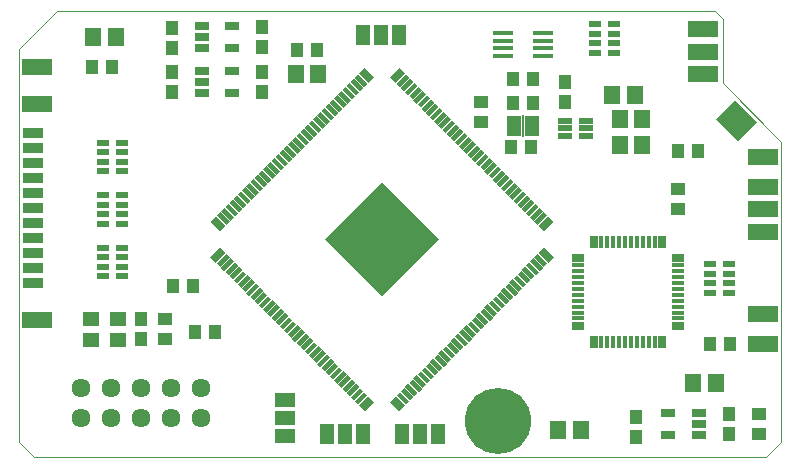
<source format=gts>
G04 EAGLE Gerber RS-274X export*
G75*
%MOMM*%
%FSLAX34Y34*%
%LPD*%
%INLötstopplack top*%
%IPPOS*%
%AMOC8*
5,1,8,0,0,1.08239X$1,22.5*%
G01*
%ADD10C,0.000000*%
%ADD11R,2.641600X1.371600*%
%ADD12R,1.401600X1.601600*%
%ADD13R,1.101600X1.201600*%
%ADD14R,1.701600X0.901600*%
%ADD15R,1.270000X1.701800*%
%ADD16R,1.701800X1.270000*%
%ADD17R,1.371600X2.641600*%
%ADD18R,1.201600X1.101600*%
%ADD19R,1.000000X0.600000*%
%ADD20R,6.801600X6.801600*%
%ADD21R,1.125000X0.700000*%
%ADD22R,1.125000X0.400000*%
%ADD23R,0.700000X1.125000*%
%ADD24R,1.101600X0.701600*%
%ADD25R,1.101600X0.401600*%
%ADD26R,0.701600X1.101600*%
%ADD27R,0.401600X1.101600*%
%ADD28R,1.151600X0.501600*%
%ADD29R,1.701600X0.401600*%
%ADD30R,1.301600X0.651600*%
%ADD31C,1.609600*%
%ADD32R,1.401600X1.201600*%
%ADD33R,0.152400X1.828800*%
%ADD34C,5.601600*%
%ADD35C,1.601600*%
%ADD36C,3.517600*%
%ADD37C,1.151600*%


D10*
X16510Y0D02*
X3810Y12700D01*
X3810Y345440D01*
X35560Y377190D01*
X593090Y377190D01*
X599440Y370840D01*
X599440Y316230D01*
X648970Y266700D01*
X648970Y12700D01*
X636270Y0D02*
X16510Y0D01*
X636270Y0D02*
X648970Y12700D01*
D11*
X633730Y190500D03*
D12*
X85700Y355600D03*
X66700Y355600D03*
X238150Y323850D03*
X257150Y323850D03*
X593700Y62230D03*
X574700Y62230D03*
X506120Y306070D03*
X525120Y306070D03*
D13*
X466090Y300745D03*
X466090Y317745D03*
D12*
X512470Y285750D03*
X531470Y285750D03*
X512470Y264160D03*
X531470Y264160D03*
D13*
X133350Y326000D03*
X133350Y309000D03*
X209550Y326000D03*
X209550Y309000D03*
X133350Y362830D03*
X133350Y345830D03*
X209550Y364100D03*
X209550Y347100D03*
D14*
X15240Y248920D03*
D11*
X582930Y361950D03*
X633730Y254000D03*
D14*
X15240Y147320D03*
X15240Y160020D03*
X15240Y172720D03*
X15240Y185420D03*
X15240Y198120D03*
X15240Y210820D03*
X15240Y223520D03*
X15240Y236220D03*
D13*
X65160Y330200D03*
X82160Y330200D03*
X605400Y95250D03*
X588400Y95250D03*
D11*
X633730Y209550D03*
X582930Y342900D03*
D15*
X325120Y356870D03*
X309880Y356870D03*
X294640Y356870D03*
D16*
X228600Y48260D03*
X228600Y33020D03*
X228600Y17780D03*
D15*
X264160Y19050D03*
X279400Y19050D03*
X294640Y19050D03*
X327660Y19050D03*
X342900Y19050D03*
X358140Y19050D03*
D11*
X19050Y298450D03*
X19050Y115570D03*
X633730Y120650D03*
D17*
G36*
X628868Y283800D02*
X619170Y274102D01*
X600492Y292780D01*
X610190Y302478D01*
X628868Y283800D01*
G37*
D11*
X19050Y330200D03*
X633730Y95250D03*
X633730Y228600D03*
D13*
X169790Y105410D03*
X152790Y105410D03*
X150740Y144780D03*
X133740Y144780D03*
D18*
X394970Y300600D03*
X394970Y283600D03*
X561340Y209940D03*
X561340Y226940D03*
D13*
X422030Y320040D03*
X439030Y320040D03*
X422030Y299720D03*
X439030Y299720D03*
X561730Y259080D03*
X578730Y259080D03*
D19*
X74550Y177100D03*
X74550Y169100D03*
X74550Y161100D03*
X74550Y153100D03*
X90550Y153100D03*
X90550Y161100D03*
X90550Y169100D03*
X90550Y177100D03*
X74550Y221550D03*
X74550Y213550D03*
X74550Y205550D03*
X74550Y197550D03*
X90550Y197550D03*
X90550Y205550D03*
X90550Y213550D03*
X90550Y221550D03*
X74550Y266000D03*
X74550Y258000D03*
X74550Y250000D03*
X74550Y242000D03*
X90550Y242000D03*
X90550Y250000D03*
X90550Y258000D03*
X90550Y266000D03*
X491110Y366330D03*
X491110Y358330D03*
X491110Y350330D03*
X491110Y342330D03*
X507110Y342330D03*
X507110Y350330D03*
X507110Y358330D03*
X507110Y366330D03*
D20*
G36*
X359244Y184150D02*
X311150Y136056D01*
X263056Y184150D01*
X311150Y232244D01*
X359244Y184150D01*
G37*
D21*
G36*
X178567Y172482D02*
X170613Y164528D01*
X165663Y169478D01*
X173617Y177432D01*
X178567Y172482D01*
G37*
D22*
G36*
X182102Y168947D02*
X174148Y160993D01*
X171320Y163821D01*
X179274Y171775D01*
X182102Y168947D01*
G37*
G36*
X185638Y165411D02*
X177684Y157457D01*
X174856Y160285D01*
X182810Y168239D01*
X185638Y165411D01*
G37*
G36*
X189173Y161876D02*
X181219Y153922D01*
X178391Y156750D01*
X186345Y164704D01*
X189173Y161876D01*
G37*
G36*
X192709Y158340D02*
X184755Y150386D01*
X181927Y153214D01*
X189881Y161168D01*
X192709Y158340D01*
G37*
G36*
X196244Y154805D02*
X188290Y146851D01*
X185462Y149679D01*
X193416Y157633D01*
X196244Y154805D01*
G37*
G36*
X199780Y151269D02*
X191826Y143315D01*
X188998Y146143D01*
X196952Y154097D01*
X199780Y151269D01*
G37*
G36*
X203316Y147734D02*
X195362Y139780D01*
X192534Y142608D01*
X200488Y150562D01*
X203316Y147734D01*
G37*
G36*
X206851Y144198D02*
X198897Y136244D01*
X196069Y139072D01*
X204023Y147026D01*
X206851Y144198D01*
G37*
G36*
X210387Y140663D02*
X202433Y132709D01*
X199605Y135537D01*
X207559Y143491D01*
X210387Y140663D01*
G37*
G36*
X213922Y137127D02*
X205968Y129173D01*
X203140Y132001D01*
X211094Y139955D01*
X213922Y137127D01*
G37*
G36*
X217458Y133592D02*
X209504Y125638D01*
X206676Y128466D01*
X214630Y136420D01*
X217458Y133592D01*
G37*
G36*
X220993Y130056D02*
X213039Y122102D01*
X210211Y124930D01*
X218165Y132884D01*
X220993Y130056D01*
G37*
G36*
X224529Y126521D02*
X216575Y118567D01*
X213747Y121395D01*
X221701Y129349D01*
X224529Y126521D01*
G37*
G36*
X228064Y122985D02*
X220110Y115031D01*
X217282Y117859D01*
X225236Y125813D01*
X228064Y122985D01*
G37*
G36*
X231600Y119449D02*
X223646Y111495D01*
X220818Y114323D01*
X228772Y122277D01*
X231600Y119449D01*
G37*
G36*
X235135Y115914D02*
X227181Y107960D01*
X224353Y110788D01*
X232307Y118742D01*
X235135Y115914D01*
G37*
G36*
X238671Y112378D02*
X230717Y104424D01*
X227889Y107252D01*
X235843Y115206D01*
X238671Y112378D01*
G37*
G36*
X242206Y108843D02*
X234252Y100889D01*
X231424Y103717D01*
X239378Y111671D01*
X242206Y108843D01*
G37*
G36*
X245742Y105307D02*
X237788Y97353D01*
X234960Y100181D01*
X242914Y108135D01*
X245742Y105307D01*
G37*
G36*
X249277Y101772D02*
X241323Y93818D01*
X238495Y96646D01*
X246449Y104600D01*
X249277Y101772D01*
G37*
G36*
X252813Y98236D02*
X244859Y90282D01*
X242031Y93110D01*
X249985Y101064D01*
X252813Y98236D01*
G37*
G36*
X256349Y94701D02*
X248395Y86747D01*
X245567Y89575D01*
X253521Y97529D01*
X256349Y94701D01*
G37*
G36*
X259884Y91165D02*
X251930Y83211D01*
X249102Y86039D01*
X257056Y93993D01*
X259884Y91165D01*
G37*
G36*
X263420Y87630D02*
X255466Y79676D01*
X252638Y82504D01*
X260592Y90458D01*
X263420Y87630D01*
G37*
G36*
X266955Y84094D02*
X259001Y76140D01*
X256173Y78968D01*
X264127Y86922D01*
X266955Y84094D01*
G37*
G36*
X270491Y80559D02*
X262537Y72605D01*
X259709Y75433D01*
X267663Y83387D01*
X270491Y80559D01*
G37*
G36*
X274026Y77023D02*
X266072Y69069D01*
X263244Y71897D01*
X271198Y79851D01*
X274026Y77023D01*
G37*
G36*
X277562Y73488D02*
X269608Y65534D01*
X266780Y68362D01*
X274734Y76316D01*
X277562Y73488D01*
G37*
G36*
X281097Y69952D02*
X273143Y61998D01*
X270315Y64826D01*
X278269Y72780D01*
X281097Y69952D01*
G37*
G36*
X284633Y66416D02*
X276679Y58462D01*
X273851Y61290D01*
X281805Y69244D01*
X284633Y66416D01*
G37*
G36*
X288168Y62881D02*
X280214Y54927D01*
X277386Y57755D01*
X285340Y65709D01*
X288168Y62881D01*
G37*
G36*
X291704Y59345D02*
X283750Y51391D01*
X280922Y54219D01*
X288876Y62173D01*
X291704Y59345D01*
G37*
G36*
X295239Y55810D02*
X287285Y47856D01*
X284457Y50684D01*
X292411Y58638D01*
X295239Y55810D01*
G37*
G36*
X298775Y52274D02*
X290821Y44320D01*
X287993Y47148D01*
X295947Y55102D01*
X298775Y52274D01*
G37*
D21*
G36*
X304432Y46617D02*
X296478Y38663D01*
X291528Y43613D01*
X299482Y51567D01*
X304432Y46617D01*
G37*
D23*
G36*
X330772Y43613D02*
X325822Y38663D01*
X317868Y46617D01*
X322818Y51567D01*
X330772Y43613D01*
G37*
D22*
G36*
X326353Y55102D02*
X334307Y47148D01*
X331479Y44320D01*
X323525Y52274D01*
X326353Y55102D01*
G37*
G36*
X329889Y58638D02*
X337843Y50684D01*
X335015Y47856D01*
X327061Y55810D01*
X329889Y58638D01*
G37*
G36*
X333424Y62173D02*
X341378Y54219D01*
X338550Y51391D01*
X330596Y59345D01*
X333424Y62173D01*
G37*
G36*
X336960Y65709D02*
X344914Y57755D01*
X342086Y54927D01*
X334132Y62881D01*
X336960Y65709D01*
G37*
G36*
X340495Y69244D02*
X348449Y61290D01*
X345621Y58462D01*
X337667Y66416D01*
X340495Y69244D01*
G37*
G36*
X344031Y72780D02*
X351985Y64826D01*
X349157Y61998D01*
X341203Y69952D01*
X344031Y72780D01*
G37*
G36*
X347566Y76316D02*
X355520Y68362D01*
X352692Y65534D01*
X344738Y73488D01*
X347566Y76316D01*
G37*
G36*
X351102Y79851D02*
X359056Y71897D01*
X356228Y69069D01*
X348274Y77023D01*
X351102Y79851D01*
G37*
G36*
X354637Y83387D02*
X362591Y75433D01*
X359763Y72605D01*
X351809Y80559D01*
X354637Y83387D01*
G37*
G36*
X358173Y86922D02*
X366127Y78968D01*
X363299Y76140D01*
X355345Y84094D01*
X358173Y86922D01*
G37*
G36*
X361708Y90458D02*
X369662Y82504D01*
X366834Y79676D01*
X358880Y87630D01*
X361708Y90458D01*
G37*
G36*
X365244Y93993D02*
X373198Y86039D01*
X370370Y83211D01*
X362416Y91165D01*
X365244Y93993D01*
G37*
G36*
X368779Y97529D02*
X376733Y89575D01*
X373905Y86747D01*
X365951Y94701D01*
X368779Y97529D01*
G37*
G36*
X372315Y101064D02*
X380269Y93110D01*
X377441Y90282D01*
X369487Y98236D01*
X372315Y101064D01*
G37*
G36*
X375851Y104600D02*
X383805Y96646D01*
X380977Y93818D01*
X373023Y101772D01*
X375851Y104600D01*
G37*
G36*
X379386Y108135D02*
X387340Y100181D01*
X384512Y97353D01*
X376558Y105307D01*
X379386Y108135D01*
G37*
G36*
X382922Y111671D02*
X390876Y103717D01*
X388048Y100889D01*
X380094Y108843D01*
X382922Y111671D01*
G37*
G36*
X386457Y115206D02*
X394411Y107252D01*
X391583Y104424D01*
X383629Y112378D01*
X386457Y115206D01*
G37*
G36*
X389993Y118742D02*
X397947Y110788D01*
X395119Y107960D01*
X387165Y115914D01*
X389993Y118742D01*
G37*
G36*
X393528Y122277D02*
X401482Y114323D01*
X398654Y111495D01*
X390700Y119449D01*
X393528Y122277D01*
G37*
G36*
X397064Y125813D02*
X405018Y117859D01*
X402190Y115031D01*
X394236Y122985D01*
X397064Y125813D01*
G37*
G36*
X400599Y129349D02*
X408553Y121395D01*
X405725Y118567D01*
X397771Y126521D01*
X400599Y129349D01*
G37*
G36*
X404135Y132884D02*
X412089Y124930D01*
X409261Y122102D01*
X401307Y130056D01*
X404135Y132884D01*
G37*
G36*
X407670Y136420D02*
X415624Y128466D01*
X412796Y125638D01*
X404842Y133592D01*
X407670Y136420D01*
G37*
G36*
X411206Y139955D02*
X419160Y132001D01*
X416332Y129173D01*
X408378Y137127D01*
X411206Y139955D01*
G37*
G36*
X414741Y143491D02*
X422695Y135537D01*
X419867Y132709D01*
X411913Y140663D01*
X414741Y143491D01*
G37*
G36*
X418277Y147026D02*
X426231Y139072D01*
X423403Y136244D01*
X415449Y144198D01*
X418277Y147026D01*
G37*
G36*
X421812Y150562D02*
X429766Y142608D01*
X426938Y139780D01*
X418984Y147734D01*
X421812Y150562D01*
G37*
G36*
X425348Y154097D02*
X433302Y146143D01*
X430474Y143315D01*
X422520Y151269D01*
X425348Y154097D01*
G37*
G36*
X428884Y157633D02*
X436838Y149679D01*
X434010Y146851D01*
X426056Y154805D01*
X428884Y157633D01*
G37*
G36*
X432419Y161168D02*
X440373Y153214D01*
X437545Y150386D01*
X429591Y158340D01*
X432419Y161168D01*
G37*
G36*
X435955Y164704D02*
X443909Y156750D01*
X441081Y153922D01*
X433127Y161876D01*
X435955Y164704D01*
G37*
G36*
X439490Y168239D02*
X447444Y160285D01*
X444616Y157457D01*
X436662Y165411D01*
X439490Y168239D01*
G37*
G36*
X443026Y171775D02*
X450980Y163821D01*
X448152Y160993D01*
X440198Y168947D01*
X443026Y171775D01*
G37*
D23*
G36*
X456637Y169478D02*
X451687Y164528D01*
X443733Y172482D01*
X448683Y177432D01*
X456637Y169478D01*
G37*
D21*
G36*
X456637Y198822D02*
X448683Y190868D01*
X443733Y195818D01*
X451687Y203772D01*
X456637Y198822D01*
G37*
D22*
G36*
X440198Y199353D02*
X448152Y207307D01*
X450980Y204479D01*
X443026Y196525D01*
X440198Y199353D01*
G37*
G36*
X436662Y202889D02*
X444616Y210843D01*
X447444Y208015D01*
X439490Y200061D01*
X436662Y202889D01*
G37*
G36*
X433127Y206424D02*
X441081Y214378D01*
X443909Y211550D01*
X435955Y203596D01*
X433127Y206424D01*
G37*
G36*
X429591Y209960D02*
X437545Y217914D01*
X440373Y215086D01*
X432419Y207132D01*
X429591Y209960D01*
G37*
G36*
X426056Y213495D02*
X434010Y221449D01*
X436838Y218621D01*
X428884Y210667D01*
X426056Y213495D01*
G37*
G36*
X422520Y217031D02*
X430474Y224985D01*
X433302Y222157D01*
X425348Y214203D01*
X422520Y217031D01*
G37*
G36*
X418984Y220566D02*
X426938Y228520D01*
X429766Y225692D01*
X421812Y217738D01*
X418984Y220566D01*
G37*
G36*
X415449Y224102D02*
X423403Y232056D01*
X426231Y229228D01*
X418277Y221274D01*
X415449Y224102D01*
G37*
G36*
X411913Y227637D02*
X419867Y235591D01*
X422695Y232763D01*
X414741Y224809D01*
X411913Y227637D01*
G37*
G36*
X408378Y231173D02*
X416332Y239127D01*
X419160Y236299D01*
X411206Y228345D01*
X408378Y231173D01*
G37*
G36*
X404842Y234708D02*
X412796Y242662D01*
X415624Y239834D01*
X407670Y231880D01*
X404842Y234708D01*
G37*
G36*
X401307Y238244D02*
X409261Y246198D01*
X412089Y243370D01*
X404135Y235416D01*
X401307Y238244D01*
G37*
G36*
X397771Y241779D02*
X405725Y249733D01*
X408553Y246905D01*
X400599Y238951D01*
X397771Y241779D01*
G37*
G36*
X394236Y245315D02*
X402190Y253269D01*
X405018Y250441D01*
X397064Y242487D01*
X394236Y245315D01*
G37*
G36*
X390700Y248851D02*
X398654Y256805D01*
X401482Y253977D01*
X393528Y246023D01*
X390700Y248851D01*
G37*
G36*
X387165Y252386D02*
X395119Y260340D01*
X397947Y257512D01*
X389993Y249558D01*
X387165Y252386D01*
G37*
G36*
X383629Y255922D02*
X391583Y263876D01*
X394411Y261048D01*
X386457Y253094D01*
X383629Y255922D01*
G37*
G36*
X380094Y259457D02*
X388048Y267411D01*
X390876Y264583D01*
X382922Y256629D01*
X380094Y259457D01*
G37*
G36*
X376558Y262993D02*
X384512Y270947D01*
X387340Y268119D01*
X379386Y260165D01*
X376558Y262993D01*
G37*
G36*
X373023Y266528D02*
X380977Y274482D01*
X383805Y271654D01*
X375851Y263700D01*
X373023Y266528D01*
G37*
G36*
X369487Y270064D02*
X377441Y278018D01*
X380269Y275190D01*
X372315Y267236D01*
X369487Y270064D01*
G37*
G36*
X365951Y273599D02*
X373905Y281553D01*
X376733Y278725D01*
X368779Y270771D01*
X365951Y273599D01*
G37*
G36*
X362416Y277135D02*
X370370Y285089D01*
X373198Y282261D01*
X365244Y274307D01*
X362416Y277135D01*
G37*
G36*
X358880Y280670D02*
X366834Y288624D01*
X369662Y285796D01*
X361708Y277842D01*
X358880Y280670D01*
G37*
G36*
X355345Y284206D02*
X363299Y292160D01*
X366127Y289332D01*
X358173Y281378D01*
X355345Y284206D01*
G37*
G36*
X351809Y287741D02*
X359763Y295695D01*
X362591Y292867D01*
X354637Y284913D01*
X351809Y287741D01*
G37*
G36*
X348274Y291277D02*
X356228Y299231D01*
X359056Y296403D01*
X351102Y288449D01*
X348274Y291277D01*
G37*
G36*
X344738Y294812D02*
X352692Y302766D01*
X355520Y299938D01*
X347566Y291984D01*
X344738Y294812D01*
G37*
G36*
X341203Y298348D02*
X349157Y306302D01*
X351985Y303474D01*
X344031Y295520D01*
X341203Y298348D01*
G37*
G36*
X337667Y301884D02*
X345621Y309838D01*
X348449Y307010D01*
X340495Y299056D01*
X337667Y301884D01*
G37*
G36*
X334132Y305419D02*
X342086Y313373D01*
X344914Y310545D01*
X336960Y302591D01*
X334132Y305419D01*
G37*
G36*
X330596Y308955D02*
X338550Y316909D01*
X341378Y314081D01*
X333424Y306127D01*
X330596Y308955D01*
G37*
G36*
X327061Y312490D02*
X335015Y320444D01*
X337843Y317616D01*
X329889Y309662D01*
X327061Y312490D01*
G37*
G36*
X323525Y316026D02*
X331479Y323980D01*
X334307Y321152D01*
X326353Y313198D01*
X323525Y316026D01*
G37*
D21*
G36*
X330772Y324687D02*
X322818Y316733D01*
X317868Y321683D01*
X325822Y329637D01*
X330772Y324687D01*
G37*
D23*
G36*
X304432Y321683D02*
X299482Y316733D01*
X291528Y324687D01*
X296478Y329637D01*
X304432Y321683D01*
G37*
D22*
G36*
X295947Y313198D02*
X287993Y321152D01*
X290821Y323980D01*
X298775Y316026D01*
X295947Y313198D01*
G37*
G36*
X292411Y309662D02*
X284457Y317616D01*
X287285Y320444D01*
X295239Y312490D01*
X292411Y309662D01*
G37*
G36*
X288876Y306127D02*
X280922Y314081D01*
X283750Y316909D01*
X291704Y308955D01*
X288876Y306127D01*
G37*
G36*
X285340Y302591D02*
X277386Y310545D01*
X280214Y313373D01*
X288168Y305419D01*
X285340Y302591D01*
G37*
G36*
X281805Y299056D02*
X273851Y307010D01*
X276679Y309838D01*
X284633Y301884D01*
X281805Y299056D01*
G37*
G36*
X278269Y295520D02*
X270315Y303474D01*
X273143Y306302D01*
X281097Y298348D01*
X278269Y295520D01*
G37*
G36*
X274734Y291984D02*
X266780Y299938D01*
X269608Y302766D01*
X277562Y294812D01*
X274734Y291984D01*
G37*
G36*
X271198Y288449D02*
X263244Y296403D01*
X266072Y299231D01*
X274026Y291277D01*
X271198Y288449D01*
G37*
G36*
X267663Y284913D02*
X259709Y292867D01*
X262537Y295695D01*
X270491Y287741D01*
X267663Y284913D01*
G37*
G36*
X264127Y281378D02*
X256173Y289332D01*
X259001Y292160D01*
X266955Y284206D01*
X264127Y281378D01*
G37*
G36*
X260592Y277842D02*
X252638Y285796D01*
X255466Y288624D01*
X263420Y280670D01*
X260592Y277842D01*
G37*
G36*
X257056Y274307D02*
X249102Y282261D01*
X251930Y285089D01*
X259884Y277135D01*
X257056Y274307D01*
G37*
G36*
X253521Y270771D02*
X245567Y278725D01*
X248395Y281553D01*
X256349Y273599D01*
X253521Y270771D01*
G37*
G36*
X249985Y267236D02*
X242031Y275190D01*
X244859Y278018D01*
X252813Y270064D01*
X249985Y267236D01*
G37*
G36*
X246449Y263700D02*
X238495Y271654D01*
X241323Y274482D01*
X249277Y266528D01*
X246449Y263700D01*
G37*
G36*
X242914Y260165D02*
X234960Y268119D01*
X237788Y270947D01*
X245742Y262993D01*
X242914Y260165D01*
G37*
G36*
X239378Y256629D02*
X231424Y264583D01*
X234252Y267411D01*
X242206Y259457D01*
X239378Y256629D01*
G37*
G36*
X235843Y253094D02*
X227889Y261048D01*
X230717Y263876D01*
X238671Y255922D01*
X235843Y253094D01*
G37*
G36*
X232307Y249558D02*
X224353Y257512D01*
X227181Y260340D01*
X235135Y252386D01*
X232307Y249558D01*
G37*
G36*
X228772Y246023D02*
X220818Y253977D01*
X223646Y256805D01*
X231600Y248851D01*
X228772Y246023D01*
G37*
G36*
X225236Y242487D02*
X217282Y250441D01*
X220110Y253269D01*
X228064Y245315D01*
X225236Y242487D01*
G37*
G36*
X221701Y238951D02*
X213747Y246905D01*
X216575Y249733D01*
X224529Y241779D01*
X221701Y238951D01*
G37*
G36*
X218165Y235416D02*
X210211Y243370D01*
X213039Y246198D01*
X220993Y238244D01*
X218165Y235416D01*
G37*
G36*
X214630Y231880D02*
X206676Y239834D01*
X209504Y242662D01*
X217458Y234708D01*
X214630Y231880D01*
G37*
G36*
X211094Y228345D02*
X203140Y236299D01*
X205968Y239127D01*
X213922Y231173D01*
X211094Y228345D01*
G37*
G36*
X207559Y224809D02*
X199605Y232763D01*
X202433Y235591D01*
X210387Y227637D01*
X207559Y224809D01*
G37*
G36*
X204023Y221274D02*
X196069Y229228D01*
X198897Y232056D01*
X206851Y224102D01*
X204023Y221274D01*
G37*
G36*
X200488Y217738D02*
X192534Y225692D01*
X195362Y228520D01*
X203316Y220566D01*
X200488Y217738D01*
G37*
G36*
X196952Y214203D02*
X188998Y222157D01*
X191826Y224985D01*
X199780Y217031D01*
X196952Y214203D01*
G37*
G36*
X193416Y210667D02*
X185462Y218621D01*
X188290Y221449D01*
X196244Y213495D01*
X193416Y210667D01*
G37*
G36*
X189881Y207132D02*
X181927Y215086D01*
X184755Y217914D01*
X192709Y209960D01*
X189881Y207132D01*
G37*
G36*
X186345Y203596D02*
X178391Y211550D01*
X181219Y214378D01*
X189173Y206424D01*
X186345Y203596D01*
G37*
G36*
X182810Y200061D02*
X174856Y208015D01*
X177684Y210843D01*
X185638Y202889D01*
X182810Y200061D01*
G37*
G36*
X179274Y196525D02*
X171320Y204479D01*
X174148Y207307D01*
X182102Y199353D01*
X179274Y196525D01*
G37*
D23*
G36*
X178567Y195818D02*
X173617Y190868D01*
X165663Y198822D01*
X170613Y203772D01*
X178567Y195818D01*
G37*
D24*
X476930Y168700D03*
D25*
X476930Y162200D03*
X476930Y157200D03*
X476930Y152200D03*
X476930Y147200D03*
X476930Y142200D03*
X476930Y137200D03*
X476930Y132200D03*
X476930Y127200D03*
X476930Y122200D03*
X476930Y117200D03*
D24*
X476930Y110700D03*
D26*
X490430Y97200D03*
D27*
X496930Y97200D03*
X501930Y97200D03*
X506930Y97200D03*
X511930Y97200D03*
X516930Y97200D03*
X521930Y97200D03*
X526930Y97200D03*
X531930Y97200D03*
X536930Y97200D03*
X541930Y97200D03*
D26*
X548430Y97200D03*
D24*
X561930Y110700D03*
D25*
X561930Y117200D03*
X561930Y122200D03*
X561930Y127200D03*
X561930Y132200D03*
X561930Y137200D03*
X561930Y142200D03*
X561930Y147200D03*
X561930Y152200D03*
X561930Y157200D03*
X561930Y162200D03*
D24*
X561930Y168700D03*
D26*
X548430Y182200D03*
D27*
X541930Y182200D03*
X536930Y182200D03*
X531930Y182200D03*
X526930Y182200D03*
X521930Y182200D03*
X516930Y182200D03*
X511930Y182200D03*
X506930Y182200D03*
X501930Y182200D03*
X496930Y182200D03*
D26*
X490430Y182200D03*
D28*
X465730Y284630D03*
X465730Y278130D03*
X465730Y271630D03*
X484230Y271630D03*
X484230Y278130D03*
X484230Y284630D03*
D29*
X413530Y339500D03*
X413530Y346000D03*
X413530Y352500D03*
X413530Y359000D03*
X447530Y339500D03*
X447530Y346000D03*
X447530Y352500D03*
X447530Y359000D03*
D30*
X158449Y327000D03*
X158449Y317500D03*
X158449Y308000D03*
X184451Y308000D03*
X184451Y327000D03*
X158449Y365100D03*
X158449Y355600D03*
X158449Y346100D03*
X184451Y346100D03*
X184451Y365100D03*
D11*
X582930Y323850D03*
D31*
X55880Y33020D03*
X55880Y58420D03*
X81280Y33020D03*
X81280Y58420D03*
X106680Y33020D03*
X106680Y58420D03*
X132080Y33020D03*
X132080Y58420D03*
X157480Y33020D03*
X157480Y58420D03*
D13*
X256150Y344170D03*
X239150Y344170D03*
X106680Y99450D03*
X106680Y116450D03*
D18*
X127000Y116450D03*
X127000Y99450D03*
D19*
X588900Y163130D03*
X588900Y155130D03*
X588900Y147130D03*
X588900Y139130D03*
X604900Y139130D03*
X604900Y147130D03*
X604900Y155130D03*
X604900Y163130D03*
D32*
X87700Y98950D03*
X64700Y116950D03*
X64700Y98950D03*
X87700Y116950D03*
D17*
G36*
X622518Y277450D02*
X612820Y267752D01*
X594142Y286430D01*
X603840Y296128D01*
X622518Y277450D01*
G37*
D14*
X15240Y261620D03*
X15240Y274320D03*
D30*
X579421Y18440D03*
X579421Y27940D03*
X579421Y37440D03*
X553419Y37440D03*
X553419Y18440D03*
D13*
X604520Y19440D03*
X604520Y36440D03*
X525780Y16900D03*
X525780Y33900D03*
D18*
X629920Y36440D03*
X629920Y19440D03*
D12*
X479400Y22860D03*
X460400Y22860D03*
D13*
X437125Y262255D03*
X420125Y262255D03*
D15*
X422910Y280035D03*
X438150Y280035D03*
D33*
X430530Y280035D03*
D34*
X408940Y30480D03*
D35*
X276860Y184150D03*
D36*
X311150Y184150D03*
D37*
X291465Y203835D03*
X291465Y163830D03*
X330835Y163830D03*
X331470Y203835D03*
D35*
X342900Y184150D03*
X311150Y215900D03*
X311150Y152400D03*
M02*

</source>
